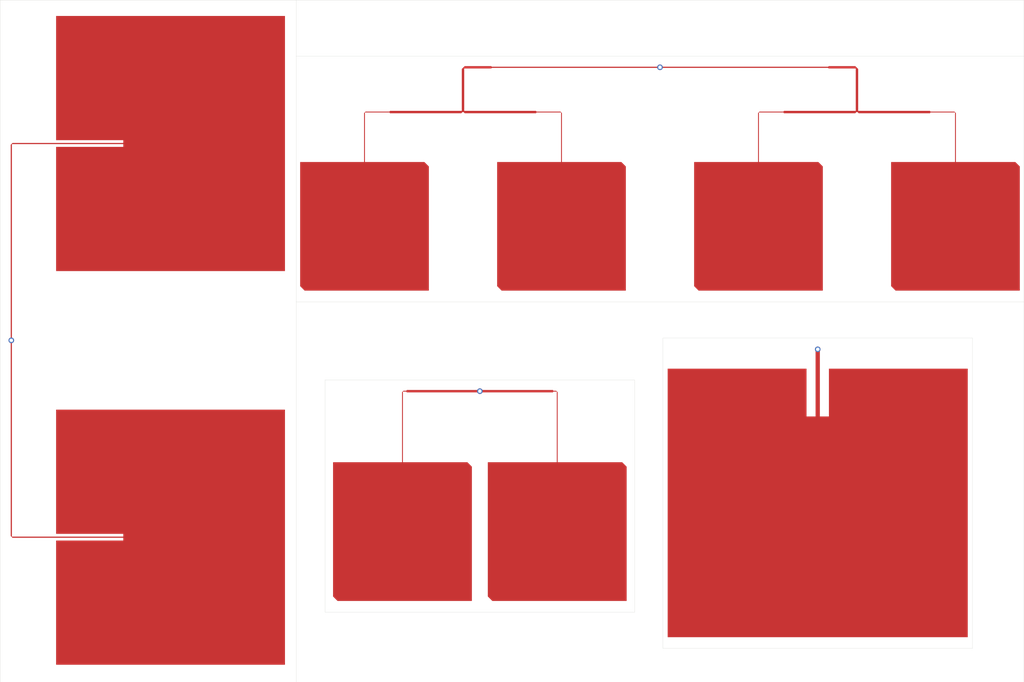
<source format=kicad_pcb>
(kicad_pcb (version 4) (host pcbnew 4.1.0-alpha+201607281302+6996~46~ubuntu14.04.1-product)

  (general
    (links 3)
    (no_connects 3)
    (area 25.349999 25.349999 482.650001 330.250001)
    (thickness 1.6)
    (drawings 16)
    (tracks 0)
    (zones 0)
    (modules 4)
    (nets 2)
  )

  (page A0)
  (layers
    (0 F.Cu signal)
    (31 B.Cu signal hide)
    (40 Dwgs.User user)
    (44 Edge.Cuts user)
  )

  (setup
    (last_trace_width 0.2)
    (trace_clearance 0.2)
    (zone_clearance 0.508)
    (zone_45_only no)
    (trace_min 0.2)
    (segment_width 0.1)
    (edge_width 0.1)
    (via_size 0.8)
    (via_drill 0.4)
    (via_min_size 0.4)
    (via_min_drill 0.3)
    (uvia_size 0.3)
    (uvia_drill 0.1)
    (uvias_allowed no)
    (uvia_min_size 0.2)
    (uvia_min_drill 0.1)
    (pcb_text_width 0.3)
    (pcb_text_size 1.5 1.5)
    (mod_edge_width 0.1)
    (mod_text_size 1 1)
    (mod_text_width 0.1)
    (pad_size 1.524 1.524)
    (pad_drill 0.762)
    (pad_to_mask_clearance 0.2)
    (aux_axis_origin 0 0)
    (visible_elements FFFFF77F)
    (pcbplotparams
      (layerselection 0x01000_7fffffff)
      (usegerberextensions true)
      (excludeedgelayer true)
      (linewidth 0.100000)
      (plotframeref false)
      (viasonmask false)
      (mode 1)
      (useauxorigin false)
      (hpglpennumber 1)
      (hpglpenspeed 20)
      (hpglpendiameter 15)
      (psnegative false)
      (psa4output false)
      (plotreference false)
      (plotvalue false)
      (plotinvisibletext false)
      (padsonsilk false)
      (subtractmaskfromsilk false)
      (outputformat 1)
      (mirror false)
      (drillshape 0)
      (scaleselection 1)
      (outputdirectory ""))
  )

  (net 0 "")
  (net 1 Antennas)

  (net_class Default ""
    (clearance 0.2)
    (trace_width 0.2)
    (via_dia 0.8)
    (via_drill 0.4)
    (uvia_dia 0.3)
    (uvia_drill 0.1)
    (add_net Antennas)
  )

  (module X0 (layer F.Cu) (tedit 0) (tstamp 0)
    (at 390.5098 181.4644)
    (fp_text reference "" (at 0 0) (layer F.SilkS)
      (effects (font (thickness 0.15)))
    )
    (fp_text value "" (at 0 0) (layer F.SilkS)
      (effects (font (thickness 0.15)))
    )
    (pad 1 thru_hole circle (at 0 0) (size 2.5 2.5) (drill 1.5) (layers F.Cu)
      (net 1 Antennas) (zone_connect 2))
  )

  (module X1 (layer F.Cu) (tedit 0) (tstamp 0)
    (at 239.633 200.158)
    (fp_text reference "" (at 0 0) (layer F.SilkS)
      (effects (font (thickness 0.15)))
    )
    (fp_text value "" (at 0 0) (layer F.SilkS)
      (effects (font (thickness 0.15)))
    )
    (pad 1 thru_hole circle (at 0 0) (size 2.5 2.5) (drill 1.5) (layers F.Cu)
      (net 1 Antennas) (zone_connect 2))
  )

  (module X2 (layer F.Cu) (tedit 0) (tstamp 0)
    (at 30.405 177.4508 90)
    (fp_text reference "" (at 0 0 90) (layer F.SilkS)
      (effects (font (thickness 0.15)))
    )
    (fp_text value "" (at 0 0 90) (layer F.SilkS)
      (effects (font (thickness 0.15)))
    )
    (pad 1 thru_hole circle (at 0 0 90) (size 2.5 2.5) (drill 1.5) (layers F.Cu)
      (net 1 Antennas) (zone_connect 2))
  )

  (module X3 (layer F.Cu) (tedit 0) (tstamp 0)
    (at 320.0717 55.426)
    (fp_text reference "" (at 0 0) (layer F.SilkS)
      (effects (font (thickness 0.15)))
    )
    (fp_text value "" (at 0 0) (layer F.SilkS)
      (effects (font (thickness 0.15)))
    )
    (pad 1 thru_hole circle (at 0 0) (size 2.5 2.5) (drill 1.5) (layers F.Cu)
      (net 1 Antennas) (zone_connect 2))
  )

  (gr_line (start 170.5 195.2) (end 308.75 195.2) (layer Edge.Cuts) (width 0.1))
  (gr_line (start 170.5 195.2) (end 170.5 195.2) (layer Edge.Cuts) (width 0.1) (tstamp 57B12F1C))
  (gr_line (start 170.5 298.9) (end 170.5 195.2) (layer Edge.Cuts) (width 0.1))
  (gr_line (start 321.4 176.45) (end 459.65 176.45) (layer Edge.Cuts) (width 0.1))
  (gr_line (start 308.75 298.9) (end 308.75 195.2) (layer Edge.Cuts) (width 0.1))
  (gr_line (start 25.4 25.4) (end 482.6 25.4) (layer Edge.Cuts) (width 0.1))
  (gr_line (start 321.3948 315.1044) (end 321.3948 176.4644) (layer Edge.Cuts) (width 0.1))
  (gr_line (start 25.4 330.2) (end 25.4 25.4) (layer Edge.Cuts) (width 0.1))
  (gr_line (start 482.6 330.2) (end 25.4 330.2) (layer Edge.Cuts) (width 0.1))
  (gr_line (start 482.6 25.4) (end 482.6 330.2) (layer Edge.Cuts) (width 0.1))
  (gr_line (start 157.6 50.4) (end 482.6 50.4) (layer Edge.Cuts) (width 0.1))
  (gr_line (start 459.6249 176.4644) (end 459.6249 315.1044) (layer Edge.Cuts) (width 0.1))
  (gr_line (start 459.6249 315.1044) (end 321.3948 315.1044) (layer Edge.Cuts) (width 0.1))
  (gr_line (start 308.7481 298.908) (end 170.518 298.908) (layer Edge.Cuts) (width 0.1))
  (gr_line (start 157.5816 25.4) (end 157.5816 330.2) (layer Edge.Cuts) (width 0.1))
  (gr_line (start 482.6 160.2296) (end 157.5816 160.2296) (layer Edge.Cuts) (width 0.1))

  (zone (net 1) (net_name Antennas) (layer F.Cu) (tstamp 0) (hatch edge 0.5)
    (connect_pads (clearance 0.3))
    (min_thickness 0.05)
    (fill yes (arc_segments 32) (thermal_gap 0.3) (thermal_bridge_width 0.25))
    (polygon
      (pts
        (xy 391.0098 181.4644) (xy 391.4598 181.4644) (xy 391.4598 211.4644) (xy 395.5098 211.4644) (xy 395.5098 190.1044)
        (xy 457.5098 190.1044) (xy 457.5098 310.1044) (xy 323.5098 310.1044) (xy 323.5098 190.1044) (xy 385.5098 190.1044)
        (xy 385.5098 211.4644) (xy 389.5598 211.4644) (xy 389.5598 181.4644) (xy 390.0098 181.4644) (xy 390.0098 180.9644)
        (xy 391.0098 180.9644)
      )
    )
    (filled_polygon
      (pts
        (xy 390.9848 181.4644) (xy 390.98528 181.469277) (xy 390.986703 181.473967) (xy 390.989013 181.478289) (xy 390.992122 181.482078)
        (xy 390.995911 181.485187) (xy 391.000233 181.487497) (xy 391.004923 181.48892) (xy 391.0098 181.4894) (xy 391.4348 181.4894)
        (xy 391.4348 211.4644) (xy 391.43528 211.469277) (xy 391.436703 211.473967) (xy 391.439013 211.478289) (xy 391.442122 211.482078)
        (xy 391.445911 211.485187) (xy 391.450233 211.487497) (xy 391.454923 211.48892) (xy 391.4598 211.4894) (xy 395.5098 211.4894)
        (xy 395.514677 211.48892) (xy 395.519367 211.487497) (xy 395.523689 211.485187) (xy 395.527478 211.482078) (xy 395.530587 211.478289)
        (xy 395.532897 211.473967) (xy 395.53432 211.469277) (xy 395.5348 211.4644) (xy 395.5348 190.1294) (xy 457.4848 190.1294)
        (xy 457.4848 310.0794) (xy 323.5348 310.0794) (xy 323.5348 190.1294) (xy 385.4848 190.1294) (xy 385.4848 211.4644)
        (xy 385.48528 211.469277) (xy 385.486703 211.473967) (xy 385.489013 211.478289) (xy 385.492122 211.482078) (xy 385.495911 211.485187)
        (xy 385.500233 211.487497) (xy 385.504923 211.48892) (xy 385.5098 211.4894) (xy 389.5598 211.4894) (xy 389.564677 211.48892)
        (xy 389.569367 211.487497) (xy 389.573689 211.485187) (xy 389.577478 211.482078) (xy 389.580587 211.478289) (xy 389.582897 211.473967)
        (xy 389.58432 211.469277) (xy 389.5848 211.4644) (xy 389.5848 181.4894) (xy 390.0098 181.4894) (xy 390.014677 181.48892)
        (xy 390.019367 181.487497) (xy 390.023689 181.485187) (xy 390.027478 181.482078) (xy 390.030587 181.478289) (xy 390.032897 181.473967)
        (xy 390.03432 181.469277) (xy 390.0348 181.4644) (xy 390.0348 180.9894) (xy 390.9848 180.9894)
      )
    )
  )
  (zone (net 1) (net_name Antennas) (layer F.Cu) (tstamp 0) (hatch edge 0.5)
    (connect_pads (clearance 0.3))
    (min_thickness 0.05)
    (fill yes (arc_segments 32) (thermal_gap 0.3) (thermal_bridge_width 0.25))
    (polygon
      (pts
        (xy 240.168 199.623) (xy 272.3706 199.623) (xy 272.3706 199.963) (xy 273.741 199.963) (xy 274.3856 200.6076)
        (xy 274.3856 231.908) (xy 303.1906 231.908) (xy 305.1906 233.908) (xy 305.1906 293.908) (xy 245.1906 293.908)
        (xy 243.1906 291.908) (xy 243.1906 231.908) (xy 273.9956 231.908) (xy 273.9956 200.353) (xy 272.3706 200.353)
        (xy 272.3706 200.693) (xy 240.3875 200.693) (xy 240.133 200.4385) (xy 240.133 200.658) (xy 239.133 200.658)
        (xy 239.133 200.43858) (xy 238.8786 200.693) (xy 206.8955 200.693) (xy 206.8955 200.353) (xy 205.2705 200.353)
        (xy 205.2705 231.908) (xy 234.0755 231.908) (xy 236.0755 233.908) (xy 236.0755 293.908) (xy 176.0755 293.908)
        (xy 174.0755 291.908) (xy 174.0755 231.908) (xy 204.8805 231.908) (xy 204.8805 200.6076) (xy 205.5251 199.963)
        (xy 206.8955 199.963) (xy 206.8955 199.623) (xy 239.098 199.623) (xy 239.098 199.4035) (xy 239.3175 199.623)
        (xy 239.948517 199.623) (xy 240.168 199.4035)
      )
    )
    (filled_polygon
      (pts
        (xy 239.299822 199.640678) (xy 239.303611 199.643787) (xy 239.307933 199.646097) (xy 239.312623 199.64752) (xy 239.3175 199.648)
        (xy 239.948517 199.648) (xy 239.953394 199.64752) (xy 239.958084 199.646097) (xy 239.962406 199.643787) (xy 239.966195 199.640677)
        (xy 240.143 199.463858) (xy 240.143 199.623) (xy 240.14348 199.627877) (xy 240.144903 199.632567) (xy 240.147213 199.636889)
        (xy 240.150322 199.640678) (xy 240.154111 199.643787) (xy 240.158433 199.646097) (xy 240.163123 199.64752) (xy 240.168 199.648)
        (xy 272.3456 199.648) (xy 272.3456 199.963) (xy 272.34608 199.967877) (xy 272.347503 199.972567) (xy 272.349813 199.976889)
        (xy 272.352922 199.980678) (xy 272.356711 199.983787) (xy 272.361033 199.986097) (xy 272.365723 199.98752) (xy 272.3706 199.988)
        (xy 273.730644 199.988) (xy 274.3606 200.617956) (xy 274.3606 231.908) (xy 274.36108 231.912877) (xy 274.362503 231.917567)
        (xy 274.364813 231.921889) (xy 274.367922 231.925678) (xy 274.371711 231.928787) (xy 274.376033 231.931097) (xy 274.380723 231.93252)
        (xy 274.3856 231.933) (xy 303.180244 231.933) (xy 305.1656 233.918356) (xy 305.1656 293.883) (xy 245.200956 293.883)
        (xy 243.2156 291.897644) (xy 243.2156 231.933) (xy 273.9956 231.933) (xy 274.000477 231.93252) (xy 274.005167 231.931097)
        (xy 274.009489 231.928787) (xy 274.013278 231.925678) (xy 274.016387 231.921889) (xy 274.018697 231.917567) (xy 274.02012 231.912877)
        (xy 274.0206 231.908) (xy 274.0206 200.353) (xy 274.02012 200.348123) (xy 274.018697 200.343433) (xy 274.016387 200.339111)
        (xy 274.013278 200.335322) (xy 274.009489 200.332213) (xy 274.005167 200.329903) (xy 274.000477 200.32848) (xy 273.9956 200.328)
        (xy 272.3706 200.328) (xy 272.365723 200.32848) (xy 272.361033 200.329903) (xy 272.356711 200.332213) (xy 272.352922 200.335322)
        (xy 272.349813 200.339111) (xy 272.347503 200.343433) (xy 272.34608 200.348123) (xy 272.3456 200.353) (xy 272.3456 200.668)
        (xy 240.397856 200.668) (xy 240.150678 200.420822) (xy 240.146889 200.417713) (xy 240.142567 200.415403) (xy 240.137877 200.41398)
        (xy 240.133 200.4135) (xy 240.128123 200.41398) (xy 240.123433 200.415403) (xy 240.119111 200.417713) (xy 240.115322 200.420822)
        (xy 240.112213 200.424611) (xy 240.109903 200.428933) (xy 240.10848 200.433623) (xy 240.108 200.4385) (xy 240.108 200.633)
        (xy 239.158 200.633) (xy 239.158 200.43858) (xy 239.15752 200.433703) (xy 239.156097 200.429013) (xy 239.153787 200.424691)
        (xy 239.150678 200.420902) (xy 239.146889 200.417793) (xy 239.142567 200.415483) (xy 239.137877 200.41406) (xy 239.133 200.41358)
        (xy 239.128123 200.41406) (xy 239.123433 200.415483) (xy 239.119111 200.417793) (xy 239.115322 200.420903) (xy 238.868244 200.668)
        (xy 206.9205 200.668) (xy 206.9205 200.353) (xy 206.92002 200.348123) (xy 206.918597 200.343433) (xy 206.916287 200.339111)
        (xy 206.913178 200.335322) (xy 206.909389 200.332213) (xy 206.905067 200.329903) (xy 206.900377 200.32848) (xy 206.8955 200.328)
        (xy 205.2705 200.328) (xy 205.265623 200.32848) (xy 205.260933 200.329903) (xy 205.256611 200.332213) (xy 205.252822 200.335322)
        (xy 205.249713 200.339111) (xy 205.247403 200.343433) (xy 205.24598 200.348123) (xy 205.2455 200.353) (xy 205.2455 231.908)
        (xy 205.24598 231.912877) (xy 205.247403 231.917567) (xy 205.249713 231.921889) (xy 205.252822 231.925678) (xy 205.256611 231.928787)
        (xy 205.260933 231.931097) (xy 205.265623 231.93252) (xy 205.2705 231.933) (xy 234.065144 231.933) (xy 236.0505 233.918356)
        (xy 236.0505 293.883) (xy 176.085856 293.883) (xy 174.1005 291.897644) (xy 174.1005 231.933) (xy 204.8805 231.933)
        (xy 204.885377 231.93252) (xy 204.890067 231.931097) (xy 204.894389 231.928787) (xy 204.898178 231.925678) (xy 204.901287 231.921889)
        (xy 204.903597 231.917567) (xy 204.90502 231.912877) (xy 204.9055 231.908) (xy 204.9055 200.617956) (xy 205.535456 199.988)
        (xy 206.8955 199.988) (xy 206.900377 199.98752) (xy 206.905067 199.986097) (xy 206.909389 199.983787) (xy 206.913178 199.980678)
        (xy 206.916287 199.976889) (xy 206.918597 199.972567) (xy 206.92002 199.967877) (xy 206.9205 199.963) (xy 206.9205 199.648)
        (xy 239.098 199.648) (xy 239.102877 199.64752) (xy 239.107567 199.646097) (xy 239.111889 199.643787) (xy 239.115678 199.640678)
        (xy 239.118787 199.636889) (xy 239.121097 199.632567) (xy 239.12252 199.627877) (xy 239.123 199.623) (xy 239.123 199.463856)
      )
    )
  )
  (zone (net 1) (net_name Antennas) (layer F.Cu) (tstamp 0) (hatch edge 0.5)
    (connect_pads (clearance 0.3))
    (min_thickness 0.05)
    (fill yes (arc_segments 32) (thermal_gap 0.3) (thermal_bridge_width 0.25))
    (polygon
      (pts
        (xy 29.905 177.1873) (xy 29.905 176.9508) (xy 30.1415 176.9508) (xy 30.1415 90.0187) (xy 30.9375 89.2227)
        (xy 80.405 89.2227) (xy 80.405 87.9862) (xy 50.405 87.9862) (xy 50.405 32.4862) (xy 152.605 32.4862)
        (xy 152.605 146.4862) (xy 50.405 146.4862) (xy 50.405 90.9862) (xy 80.405 90.9862) (xy 80.405 89.7497)
        (xy 30.6685 89.7497) (xy 30.6685 176.9183) (xy 30.636 176.9508) (xy 30.905 176.9508) (xy 30.905 177.9508)
        (xy 30.636 177.9508) (xy 30.6685 177.9833) (xy 30.6685 265.1519) (xy 80.405 265.1519) (xy 80.405 263.9154)
        (xy 50.405 263.9154) (xy 50.405 208.4154) (xy 152.605 208.4154) (xy 152.605 322.4154) (xy 50.405 322.4154)
        (xy 50.405 266.9154) (xy 80.405 266.9154) (xy 80.405 265.6789) (xy 30.9375 265.6789) (xy 30.1415 264.8829)
        (xy 30.1415 177.9508) (xy 29.905 177.9508) (xy 29.905 177.7143) (xy 29.8725 177.7143) (xy 29.905 177.6818)
        (xy 29.905 177.2198) (xy 29.8725 177.1873)
      )
    )
    (filled_polygon
      (pts
        (xy 29.925787 177.201189) (xy 29.928097 177.196867) (xy 29.92952 177.192177) (xy 29.93 177.1873) (xy 29.93 176.9758)
        (xy 30.1415 176.9758) (xy 30.146377 176.97532) (xy 30.151067 176.973897) (xy 30.155389 176.971587) (xy 30.159178 176.968478)
        (xy 30.162287 176.964689) (xy 30.164597 176.960367) (xy 30.16602 176.955677) (xy 30.1665 176.9508) (xy 30.1665 90.029056)
        (xy 30.947856 89.2477) (xy 80.405 89.2477) (xy 80.409877 89.24722) (xy 80.414567 89.245797) (xy 80.418889 89.243487)
        (xy 80.422678 89.240378) (xy 80.425787 89.236589) (xy 80.428097 89.232267) (xy 80.42952 89.227577) (xy 80.43 89.2227)
        (xy 80.43 87.9862) (xy 80.42952 87.981323) (xy 80.428097 87.976633) (xy 80.425787 87.972311) (xy 80.422678 87.968522)
        (xy 80.418889 87.965413) (xy 80.414567 87.963103) (xy 80.409877 87.96168) (xy 80.405 87.9612) (xy 50.43 87.9612)
        (xy 50.43 32.5112) (xy 152.58 32.5112) (xy 152.58 146.4612) (xy 50.43 146.4612) (xy 50.43 91.0112)
        (xy 80.405 91.0112) (xy 80.409877 91.01072) (xy 80.414567 91.009297) (xy 80.418889 91.006987) (xy 80.422678 91.003878)
        (xy 80.425787 91.000089) (xy 80.428097 90.995767) (xy 80.42952 90.991077) (xy 80.43 90.9862) (xy 80.43 89.7497)
        (xy 80.42952 89.744823) (xy 80.428097 89.740133) (xy 80.425787 89.735811) (xy 80.422678 89.732022) (xy 80.418889 89.728913)
        (xy 80.414567 89.726603) (xy 80.409877 89.72518) (xy 80.405 89.7247) (xy 30.6685 89.7247) (xy 30.663623 89.72518)
        (xy 30.658933 89.726603) (xy 30.654611 89.728913) (xy 30.650822 89.732022) (xy 30.647713 89.735811) (xy 30.645403 89.740133)
        (xy 30.64398 89.744823) (xy 30.6435 89.7497) (xy 30.6435 176.907944) (xy 30.618322 176.933122) (xy 30.615213 176.936911)
        (xy 30.612903 176.941233) (xy 30.61148 176.945923) (xy 30.611 176.9508) (xy 30.61148 176.955677) (xy 30.612903 176.960367)
        (xy 30.615213 176.964689) (xy 30.618322 176.968478) (xy 30.622111 176.971587) (xy 30.626433 176.973897) (xy 30.631123 176.97532)
        (xy 30.636 176.9758) (xy 30.88 176.9758) (xy 30.88 177.9258) (xy 30.636 177.9258) (xy 30.631123 177.92628)
        (xy 30.626433 177.927703) (xy 30.622111 177.930013) (xy 30.618322 177.933122) (xy 30.615213 177.936911) (xy 30.612903 177.941233)
        (xy 30.61148 177.945923) (xy 30.611 177.9508) (xy 30.61148 177.955677) (xy 30.612903 177.960367) (xy 30.615213 177.964689)
        (xy 30.618322 177.968478) (xy 30.6435 177.993656) (xy 30.6435 265.1519) (xy 30.64398 265.156777) (xy 30.645403 265.161467)
        (xy 30.647713 265.165789) (xy 30.650822 265.169578) (xy 30.654611 265.172687) (xy 30.658933 265.174997) (xy 30.663623 265.17642)
        (xy 30.6685 265.1769) (xy 80.405 265.1769) (xy 80.409877 265.17642) (xy 80.414567 265.174997) (xy 80.418889 265.172687)
        (xy 80.422678 265.169578) (xy 80.425787 265.165789) (xy 80.428097 265.161467) (xy 80.42952 265.156777) (xy 80.43 265.1519)
        (xy 80.43 263.9154) (xy 80.42952 263.910523) (xy 80.428097 263.905833) (xy 80.425787 263.901511) (xy 80.422678 263.897722)
        (xy 80.418889 263.894613) (xy 80.414567 263.892303) (xy 80.409877 263.89088) (xy 80.405 263.8904) (xy 50.43 263.8904)
        (xy 50.43 208.4404) (xy 152.58 208.4404) (xy 152.58 322.3904) (xy 50.43 322.3904) (xy 50.43 266.9404)
        (xy 80.405 266.9404) (xy 80.409877 266.93992) (xy 80.414567 266.938497) (xy 80.418889 266.936187) (xy 80.422678 266.933078)
        (xy 80.425787 266.929289) (xy 80.428097 266.924967) (xy 80.42952 266.920277) (xy 80.43 266.9154) (xy 80.43 265.6789)
        (xy 80.42952 265.674023) (xy 80.428097 265.669333) (xy 80.425787 265.665011) (xy 80.422678 265.661222) (xy 80.418889 265.658113)
        (xy 80.414567 265.655803) (xy 80.409877 265.65438) (xy 80.405 265.6539) (xy 30.947856 265.6539) (xy 30.1665 264.872544)
        (xy 30.1665 177.9508) (xy 30.16602 177.945923) (xy 30.164597 177.941233) (xy 30.162287 177.936911) (xy 30.159178 177.933122)
        (xy 30.155389 177.930013) (xy 30.151067 177.927703) (xy 30.146377 177.92628) (xy 30.1415 177.9258) (xy 29.93 177.9258)
        (xy 29.93 177.7143) (xy 29.92952 177.709423) (xy 29.928097 177.704733) (xy 29.925787 177.700411) (xy 29.92385 177.69805)
        (xy 29.925787 177.695689) (xy 29.928097 177.691367) (xy 29.92952 177.686677) (xy 29.93 177.6818) (xy 29.93 177.2198)
        (xy 29.92952 177.214923) (xy 29.928097 177.210233) (xy 29.925787 177.205911) (xy 29.92385 177.20355)
      )
    )
  )
  (zone (net 1) (net_name Antennas) (layer F.Cu) (tstamp 0) (hatch edge 0.5)
    (connect_pads (clearance 0.3))
    (min_thickness 0.05)
    (fill yes (arc_segments 32) (thermal_gap 0.3) (thermal_bridge_width 0.25))
    (polygon
      (pts
        (xy 244.8371 55.1625) (xy 319.5717 55.1625) (xy 319.5717 54.926) (xy 319.8082 54.926) (xy 319.8082 54.8935)
        (xy 319.8407 54.926) (xy 320.3027 54.926) (xy 320.3352 54.8935) (xy 320.3352 54.926) (xy 320.5717 54.926)
        (xy 320.5717 55.1625) (xy 395.3063 55.1625) (xy 395.3063 54.891) (xy 407.2818 54.891) (xy 408.5713 56.1805)
        (xy 408.5713 74.891) (xy 440.7686 74.891) (xy 440.7686 75.231) (xy 451.569 75.231) (xy 452.2136 75.8756)
        (xy 452.2136 97.746) (xy 478.7586 97.746) (xy 480.7586 99.746) (xy 480.7586 155.226) (xy 425.2786 155.226)
        (xy 423.2786 153.226) (xy 423.2786 97.746) (xy 451.8236 97.746) (xy 451.8236 75.621) (xy 440.7686 75.621)
        (xy 440.7686 75.961) (xy 408.7907 75.961) (xy 408.255741 75.426) (xy 407.8168 75.426) (xy 407.2818 75.961)
        (xy 375.304 75.961) (xy 375.304 75.621) (xy 364.249 75.621) (xy 364.249 97.746) (xy 390.794 97.746)
        (xy 392.794 99.746) (xy 392.794 155.226) (xy 337.314 155.226) (xy 335.314 153.226) (xy 335.314 97.746)
        (xy 363.859 97.746) (xy 363.859 75.8756) (xy 364.5036 75.231) (xy 375.304 75.231) (xy 375.304 74.891)
        (xy 407.5013 74.891) (xy 407.5013 55.961) (xy 395.3063 55.961) (xy 395.3063 55.6895) (xy 320.6042 55.6895)
        (xy 320.5717 55.657) (xy 320.5717 55.926) (xy 319.5717 55.926) (xy 319.5717 55.657) (xy 319.5392 55.6895)
        (xy 244.8371 55.6895) (xy 244.8371 55.961) (xy 232.6421 55.961) (xy 232.6421 74.891) (xy 264.8394 74.891)
        (xy 264.8394 75.231) (xy 275.6398 75.231) (xy 276.2844 75.8756) (xy 276.2844 97.746) (xy 302.8294 97.746)
        (xy 304.8294 99.746) (xy 304.8294 155.226) (xy 249.3494 155.226) (xy 247.3494 153.226) (xy 247.3494 97.746)
        (xy 275.8944 97.746) (xy 275.8944 75.621) (xy 264.8394 75.621) (xy 264.8394 75.961) (xy 232.8616 75.961)
        (xy 232.3266 75.426) (xy 231.8876 75.426) (xy 231.3526 75.961) (xy 199.3748 75.961) (xy 199.3748 75.621)
        (xy 188.3198 75.621) (xy 188.3198 97.746) (xy 214.8648 97.746) (xy 216.8648 99.746) (xy 216.8648 155.226)
        (xy 161.3848 155.226) (xy 159.3848 153.226) (xy 159.3848 97.746) (xy 187.9298 97.746) (xy 187.9298 75.8756)
        (xy 188.5744 75.231) (xy 199.3748 75.231) (xy 199.3748 74.891) (xy 231.5721 74.891) (xy 231.5721 56.1805)
        (xy 232.8616 54.891) (xy 244.8371 54.891)
      )
    )
    (filled_polygon
      (pts
        (xy 244.8121 55.1625) (xy 244.81258 55.167377) (xy 244.814003 55.172067) (xy 244.816313 55.176389) (xy 244.819422 55.180178)
        (xy 244.823211 55.183287) (xy 244.827533 55.185597) (xy 244.832223 55.18702) (xy 244.8371 55.1875) (xy 319.5717 55.1875)
        (xy 319.576577 55.18702) (xy 319.581267 55.185597) (xy 319.585589 55.183287) (xy 319.589378 55.180178) (xy 319.592487 55.176389)
        (xy 319.594797 55.172067) (xy 319.59622 55.167377) (xy 319.5967 55.1625) (xy 319.5967 54.951) (xy 319.8082 54.951)
        (xy 319.813077 54.95052) (xy 319.817767 54.949097) (xy 319.822089 54.946787) (xy 319.82445 54.94485) (xy 319.826811 54.946787)
        (xy 319.831133 54.949097) (xy 319.835823 54.95052) (xy 319.8407 54.951) (xy 320.3027 54.951) (xy 320.307577 54.95052)
        (xy 320.312267 54.949097) (xy 320.316589 54.946787) (xy 320.31895 54.94485) (xy 320.321311 54.946787) (xy 320.325633 54.949097)
        (xy 320.330323 54.95052) (xy 320.3352 54.951) (xy 320.5467 54.951) (xy 320.5467 55.1625) (xy 320.54718 55.167377)
        (xy 320.548603 55.172067) (xy 320.550913 55.176389) (xy 320.554022 55.180178) (xy 320.557811 55.183287) (xy 320.562133 55.185597)
        (xy 320.566823 55.18702) (xy 320.5717 55.1875) (xy 395.3063 55.1875) (xy 395.311177 55.18702) (xy 395.315867 55.185597)
        (xy 395.320189 55.183287) (xy 395.323978 55.180178) (xy 395.327087 55.176389) (xy 395.329397 55.172067) (xy 395.33082 55.167377)
        (xy 395.3313 55.1625) (xy 395.3313 54.916) (xy 407.271444 54.916) (xy 408.5463 56.190856) (xy 408.5463 74.891)
        (xy 408.54678 74.895877) (xy 408.548203 74.900567) (xy 408.550513 74.904889) (xy 408.553622 74.908678) (xy 408.557411 74.911787)
        (xy 408.561733 74.914097) (xy 408.566423 74.91552) (xy 408.5713 74.916) (xy 440.7436 74.916) (xy 440.7436 75.231)
        (xy 440.74408 75.235877) (xy 440.745503 75.240567) (xy 440.747813 75.244889) (xy 440.750922 75.248678) (xy 440.754711 75.251787)
        (xy 440.759033 75.254097) (xy 440.763723 75.25552) (xy 440.7686 75.256) (xy 451.558644 75.256) (xy 452.1886 75.885956)
        (xy 452.1886 97.746) (xy 452.18908 97.750877) (xy 452.190503 97.755567) (xy 452.192813 97.759889) (xy 452.195922 97.763678)
        (xy 452.199711 97.766787) (xy 452.204033 97.769097) (xy 452.208723 97.77052) (xy 452.2136 97.771) (xy 478.748244 97.771)
        (xy 480.7336 99.756356) (xy 480.7336 155.201) (xy 425.288956 155.201) (xy 423.3036 153.215644) (xy 423.3036 97.771)
        (xy 451.8236 97.771) (xy 451.828477 97.77052) (xy 451.833167 97.769097) (xy 451.837489 97.766787) (xy 451.841278 97.763678)
        (xy 451.844387 97.759889) (xy 451.846697 97.755567) (xy 451.84812 97.750877) (xy 451.8486 97.746) (xy 451.8486 75.621)
        (xy 451.84812 75.616123) (xy 451.846697 75.611433) (xy 451.844387 75.607111) (xy 451.841278 75.603322) (xy 451.837489 75.600213)
        (xy 451.833167 75.597903) (xy 451.828477 75.59648) (xy 451.8236 75.596) (xy 440.7686 75.596) (xy 440.763723 75.59648)
        (xy 440.759033 75.597903) (xy 440.754711 75.600213) (xy 440.750922 75.603322) (xy 440.747813 75.607111) (xy 440.745503 75.611433)
        (xy 440.74408 75.616123) (xy 440.7436 75.621) (xy 440.7436 75.936) (xy 408.801056 75.936) (xy 408.273419 75.408323)
        (xy 408.269631 75.405214) (xy 408.265309 75.402903) (xy 408.260619 75.401481) (xy 408.255741 75.401) (xy 407.8168 75.401)
        (xy 407.811923 75.40148) (xy 407.807233 75.402903) (xy 407.802911 75.405213) (xy 407.799122 75.408322) (xy 407.271444 75.936)
        (xy 375.329 75.936) (xy 375.329 75.621) (xy 375.32852 75.616123) (xy 375.327097 75.611433) (xy 375.324787 75.607111)
        (xy 375.321678 75.603322) (xy 375.317889 75.600213) (xy 375.313567 75.597903) (xy 375.308877 75.59648) (xy 375.304 75.596)
        (xy 364.249 75.596) (xy 364.244123 75.59648) (xy 364.239433 75.597903) (xy 364.235111 75.600213) (xy 364.231322 75.603322)
        (xy 364.228213 75.607111) (xy 364.225903 75.611433) (xy 364.22448 75.616123) (xy 364.224 75.621) (xy 364.224 97.746)
        (xy 364.22448 97.750877) (xy 364.225903 97.755567) (xy 364.228213 97.759889) (xy 364.231322 97.763678) (xy 364.235111 97.766787)
        (xy 364.239433 97.769097) (xy 364.244123 97.77052) (xy 364.249 97.771) (xy 390.783644 97.771) (xy 392.769 99.756356)
        (xy 392.769 155.201) (xy 337.324356 155.201) (xy 335.339 153.215644) (xy 335.339 97.771) (xy 363.859 97.771)
        (xy 363.863877 97.77052) (xy 363.868567 97.769097) (xy 363.872889 97.766787) (xy 363.876678 97.763678) (xy 363.879787 97.759889)
        (xy 363.882097 97.755567) (xy 363.88352 97.750877) (xy 363.884 97.746) (xy 363.884 75.885956) (xy 364.513956 75.256)
        (xy 375.304 75.256) (xy 375.308877 75.25552) (xy 375.313567 75.254097) (xy 375.317889 75.251787) (xy 375.321678 75.248678)
        (xy 375.324787 75.244889) (xy 375.327097 75.240567) (xy 375.32852 75.235877) (xy 375.329 75.231) (xy 375.329 74.916)
        (xy 407.5013 74.916) (xy 407.506177 74.91552) (xy 407.510867 74.914097) (xy 407.515189 74.911787) (xy 407.518978 74.908678)
        (xy 407.522087 74.904889) (xy 407.524397 74.900567) (xy 407.52582 74.895877) (xy 407.5263 74.891) (xy 407.5263 55.961)
        (xy 407.52582 55.956123) (xy 407.524397 55.951433) (xy 407.522087 55.947111) (xy 407.518978 55.943322) (xy 407.515189 55.940213)
        (xy 407.510867 55.937903) (xy 407.506177 55.93648) (xy 407.5013 55.936) (xy 395.3313 55.936) (xy 395.3313 55.6895)
        (xy 395.33082 55.684623) (xy 395.329397 55.679933) (xy 395.327087 55.675611) (xy 395.323978 55.671822) (xy 395.320189 55.668713)
        (xy 395.315867 55.666403) (xy 395.311177 55.66498) (xy 395.3063 55.6645) (xy 320.614556 55.6645) (xy 320.589378 55.639322)
        (xy 320.585589 55.636213) (xy 320.581267 55.633903) (xy 320.576577 55.63248) (xy 320.5717 55.632) (xy 320.566823 55.63248)
        (xy 320.562133 55.633903) (xy 320.557811 55.636213) (xy 320.554022 55.639322) (xy 320.550913 55.643111) (xy 320.548603 55.647433)
        (xy 320.54718 55.652123) (xy 320.5467 55.657) (xy 320.5467 55.901) (xy 319.5967 55.901) (xy 319.5967 55.657)
        (xy 319.59622 55.652123) (xy 319.594797 55.647433) (xy 319.592487 55.643111) (xy 319.589378 55.639322) (xy 319.585589 55.636213)
        (xy 319.581267 55.633903) (xy 319.576577 55.63248) (xy 319.5717 55.632) (xy 319.566823 55.63248) (xy 319.562133 55.633903)
        (xy 319.557811 55.636213) (xy 319.554022 55.639322) (xy 319.528844 55.6645) (xy 244.8371 55.6645) (xy 244.832223 55.66498)
        (xy 244.827533 55.666403) (xy 244.823211 55.668713) (xy 244.819422 55.671822) (xy 244.816313 55.675611) (xy 244.814003 55.679933)
        (xy 244.81258 55.684623) (xy 244.8121 55.6895) (xy 244.8121 55.936) (xy 232.6421 55.936) (xy 232.637223 55.93648)
        (xy 232.632533 55.937903) (xy 232.628211 55.940213) (xy 232.624422 55.943322) (xy 232.621313 55.947111) (xy 232.619003 55.951433)
        (xy 232.61758 55.956123) (xy 232.6171 55.961) (xy 232.6171 74.891) (xy 232.61758 74.895877) (xy 232.619003 74.900567)
        (xy 232.621313 74.904889) (xy 232.624422 74.908678) (xy 232.628211 74.911787) (xy 232.632533 74.914097) (xy 232.637223 74.91552)
        (xy 232.6421 74.916) (xy 264.8144 74.916) (xy 264.8144 75.231) (xy 264.81488 75.235877) (xy 264.816303 75.240567)
        (xy 264.818613 75.244889) (xy 264.821722 75.248678) (xy 264.825511 75.251787) (xy 264.829833 75.254097) (xy 264.834523 75.25552)
        (xy 264.8394 75.256) (xy 275.629444 75.256) (xy 276.2594 75.885956) (xy 276.2594 97.746) (xy 276.25988 97.750877)
        (xy 276.261303 97.755567) (xy 276.263613 97.759889) (xy 276.266722 97.763678) (xy 276.270511 97.766787) (xy 276.274833 97.769097)
        (xy 276.279523 97.77052) (xy 276.2844 97.771) (xy 302.819044 97.771) (xy 304.8044 99.756356) (xy 304.8044 155.201)
        (xy 249.359756 155.201) (xy 247.3744 153.215644) (xy 247.3744 97.771) (xy 275.8944 97.771) (xy 275.899277 97.77052)
        (xy 275.903967 97.769097) (xy 275.908289 97.766787) (xy 275.912078 97.763678) (xy 275.915187 97.759889) (xy 275.917497 97.755567)
        (xy 275.91892 97.750877) (xy 275.9194 97.746) (xy 275.9194 75.621) (xy 275.91892 75.616123) (xy 275.917497 75.611433)
        (xy 275.915187 75.607111) (xy 275.912078 75.603322) (xy 275.908289 75.600213) (xy 275.903967 75.597903) (xy 275.899277 75.59648)
        (xy 275.8944 75.596) (xy 264.8394 75.596) (xy 264.834523 75.59648) (xy 264.829833 75.597903) (xy 264.825511 75.600213)
        (xy 264.821722 75.603322) (xy 264.818613 75.607111) (xy 264.816303 75.611433) (xy 264.81488 75.616123) (xy 264.8144 75.621)
        (xy 264.8144 75.936) (xy 232.871956 75.936) (xy 232.344278 75.408322) (xy 232.340489 75.405213) (xy 232.336167 75.402903)
        (xy 232.331477 75.40148) (xy 232.3266 75.401) (xy 231.8876 75.401) (xy 231.882723 75.40148) (xy 231.878033 75.402903)
        (xy 231.873711 75.405213) (xy 231.869922 75.408322) (xy 231.342244 75.936) (xy 199.3998 75.936) (xy 199.3998 75.621)
        (xy 199.39932 75.616123) (xy 199.397897 75.611433) (xy 199.395587 75.607111) (xy 199.392478 75.603322) (xy 199.388689 75.600213)
        (xy 199.384367 75.597903) (xy 199.379677 75.59648) (xy 199.3748 75.596) (xy 188.3198 75.596) (xy 188.314923 75.59648)
        (xy 188.310233 75.597903) (xy 188.305911 75.600213) (xy 188.302122 75.603322) (xy 188.299013 75.607111) (xy 188.296703 75.611433)
        (xy 188.29528 75.616123) (xy 188.2948 75.621) (xy 188.2948 97.746) (xy 188.29528 97.750877) (xy 188.296703 97.755567)
        (xy 188.299013 97.759889) (xy 188.302122 97.763678) (xy 188.305911 97.766787) (xy 188.310233 97.769097) (xy 188.314923 97.77052)
        (xy 188.3198 97.771) (xy 214.854444 97.771) (xy 216.8398 99.756356) (xy 216.8398 155.201) (xy 161.395156 155.201)
        (xy 159.4098 153.215644) (xy 159.4098 97.771) (xy 187.9298 97.771) (xy 187.934677 97.77052) (xy 187.939367 97.769097)
        (xy 187.943689 97.766787) (xy 187.947478 97.763678) (xy 187.950587 97.759889) (xy 187.952897 97.755567) (xy 187.95432 97.750877)
        (xy 187.9548 97.746) (xy 187.9548 75.885956) (xy 188.584756 75.256) (xy 199.3748 75.256) (xy 199.379677 75.25552)
        (xy 199.384367 75.254097) (xy 199.388689 75.251787) (xy 199.392478 75.248678) (xy 199.395587 75.244889) (xy 199.397897 75.240567)
        (xy 199.39932 75.235877) (xy 199.3998 75.231) (xy 199.3998 74.916) (xy 231.5721 74.916) (xy 231.576977 74.91552)
        (xy 231.581667 74.914097) (xy 231.585989 74.911787) (xy 231.589778 74.908678) (xy 231.592887 74.904889) (xy 231.595197 74.900567)
        (xy 231.59662 74.895877) (xy 231.5971 74.891) (xy 231.5971 56.190856) (xy 232.871956 54.916) (xy 244.8121 54.916)
      )
    )
  )
)

</source>
